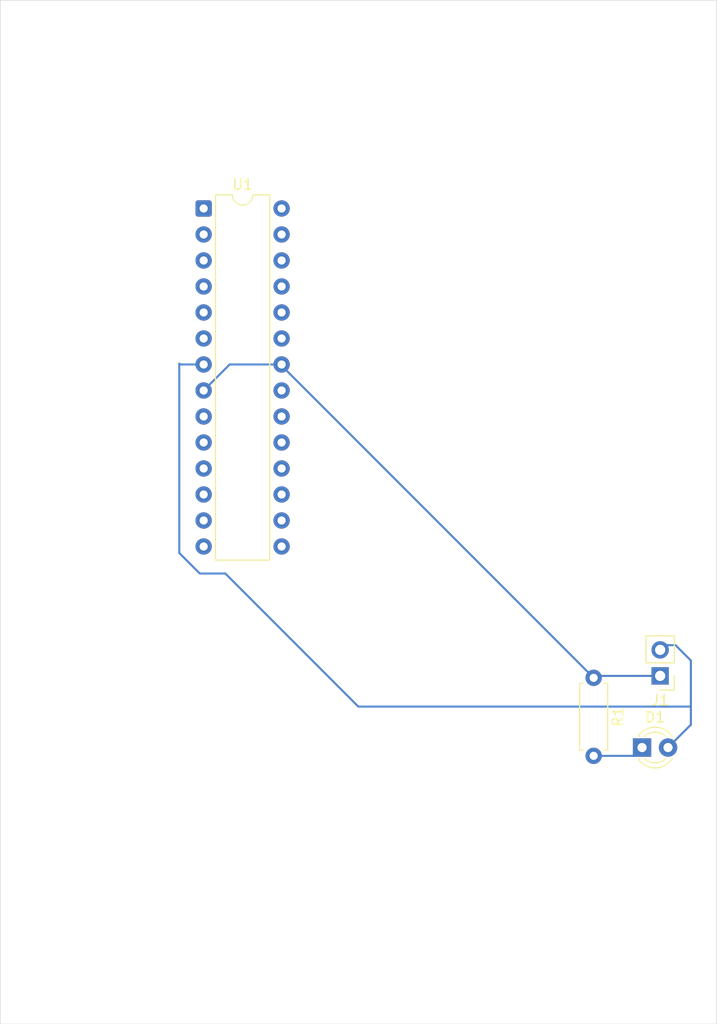
<source format=kicad_pcb>
(kicad_pcb (version 20241229) (generator "pcbnew") (generator_version "9.0")
  (layers (0 "F.Cu" signal) (2 "B.Cu" signal) (13 "F.Paste" user) (15 "B.Paste" user) (5 "F.SilkS" user "F.Silkscreen") (7 "B.SilkS" user "B.Silkscreen") (1 "F.Mask" user) (3 "B.Mask" user) (25 "Edge.Cuts" user))
  (net 0 "")
  (net 26 "+5V")
  (net 27 "Net-(D1-Pad1)")
  (net 28 "GND")
  (footprint "Resistor_THT:R_Axial_DIN0207_L6.3mm_D2.5mm_P7.62mm_Horizontal" (layer "F.Cu") (at 140.5 96.69 -90)
    (property "Reference" "R1" (at 3.81 -2.37 90) (layer "F.SilkS"))
    (property "Value" "R")
    (fp_line (start 0.54 1.37) (end 7.08 1.37) (stroke (width 0.12)) (layer "F.SilkS"))
    (fp_line (start 7.08 1.37) (end 7.08 1.04) (stroke (width 0.12)) (layer "F.SilkS"))
    (fp_line (start 0.54 1.04) (end 0.54 1.37) (stroke (width 0.12)) (layer "F.SilkS"))
    (fp_line (start 0.54 -1.04) (end 0.54 -1.37) (stroke (width 0.12)) (layer "F.SilkS"))
    (fp_line (start 0.54 -1.37) (end 7.08 -1.37) (stroke (width 0.12)) (layer "F.SilkS"))
    (fp_line (start 7.08 -1.37) (end 7.08 -1.04) (stroke (width 0.12)) (layer "F.SilkS"))
    (pad "1" thru_hole circle (at 0 0 270) (size 1.6 1.6) (drill 0.8) (layers "*.Cu" "*.Mask") (net 28 "GND"))
    (pad "2" thru_hole circle (at 7.62 0 270) (size 1.6 1.6) (drill 0.8) (layers "*.Cu" "*.Mask") (net 27 "Net-(D1-Pad1)"))
  )
  (footprint "Package_DIP:DIP-28_W7.62mm" (layer "F.Cu") (at 102.38 50.84)
    (property "Reference" "U1" (at 3.81 -2.33 0) (layer "F.SilkS"))
    (property "Value" "ATmega328-P")
    (fp_line (start 1.16 -1.33) (end 1.16 34.35) (stroke (width 0.12)) (layer "F.SilkS"))
    (fp_line (start 1.16 34.35) (end 6.46 34.35) (stroke (width 0.12)) (layer "F.SilkS"))
    (fp_line (start 2.81 -1.33) (end 1.16 -1.33) (stroke (width 0.12)) (layer "F.SilkS"))
    (fp_line (start 6.46 -1.33) (end 4.81 -1.33) (stroke (width 0.12)) (layer "F.SilkS"))
    (fp_line (start 6.46 34.35) (end 6.46 -1.33) (stroke (width 0.12)) (layer "F.SilkS"))
    (fp_arc (start 4.81 -1.33) (mid 3.81 -0.33) (end 2.81 -1.33) (stroke (width 0.12)) (layer "F.SilkS"))
    (pad "1" thru_hole roundrect (at 0 0) (size 1.6 1.6) (drill 0.8) (layers "*.Cu" "*.Mask") (roundrect_rratio 0.15625))
    (pad "2" thru_hole circle (at 0 2.54) (size 1.6 1.6) (drill 0.8) (layers "*.Cu" "*.Mask"))
    (pad "3" thru_hole circle (at 0 5.08) (size 1.6 1.6) (drill 0.8) (layers "*.Cu" "*.Mask"))
    (pad "4" thru_hole circle (at 0 7.62) (size 1.6 1.6) (drill 0.8) (layers "*.Cu" "*.Mask"))
    (pad "5" thru_hole circle (at 0 10.16) (size 1.6 1.6) (drill 0.8) (layers "*.Cu" "*.Mask"))
    (pad "6" thru_hole circle (at 0 12.7) (size 1.6 1.6) (drill 0.8) (layers "*.Cu" "*.Mask"))
    (pad "7" thru_hole circle (at 0 15.24) (size 1.6 1.6) (drill 0.8) (layers "*.Cu" "*.Mask") (net 26 "+5V"))
    (pad "8" thru_hole circle (at 0 17.78) (size 1.6 1.6) (drill 0.8) (layers "*.Cu" "*.Mask") (net 28 "GND"))
    (pad "9" thru_hole circle (at 0 20.32) (size 1.6 1.6) (drill 0.8) (layers "*.Cu" "*.Mask"))
    (pad "10" thru_hole circle (at 0 22.86) (size 1.6 1.6) (drill 0.8) (layers "*.Cu" "*.Mask"))
    (pad "11" thru_hole circle (at 0 25.4) (size 1.6 1.6) (drill 0.8) (layers "*.Cu" "*.Mask"))
    (pad "12" thru_hole circle (at 0 27.94) (size 1.6 1.6) (drill 0.8) (layers "*.Cu" "*.Mask"))
    (pad "13" thru_hole circle (at 0 30.48) (size 1.6 1.6) (drill 0.8) (layers "*.Cu" "*.Mask"))
    (pad "14" thru_hole circle (at 0 33.02) (size 1.6 1.6) (drill 0.8) (layers "*.Cu" "*.Mask"))
    (pad "15" thru_hole circle (at 7.62 33.02) (size 1.6 1.6) (drill 0.8) (layers "*.Cu" "*.Mask"))
    (pad "16" thru_hole circle (at 7.62 30.48) (size 1.6 1.6) (drill 0.8) (layers "*.Cu" "*.Mask"))
    (pad "17" thru_hole circle (at 7.62 27.94) (size 1.6 1.6) (drill 0.8) (layers "*.Cu" "*.Mask"))
    (pad "18" thru_hole circle (at 7.62 25.4) (size 1.6 1.6) (drill 0.8) (layers "*.Cu" "*.Mask"))
    (pad "19" thru_hole circle (at 7.62 22.86) (size 1.6 1.6) (drill 0.8) (layers "*.Cu" "*.Mask"))
    (pad "20" thru_hole circle (at 7.62 20.32) (size 1.6 1.6) (drill 0.8) (layers "*.Cu" "*.Mask"))
    (pad "21" thru_hole circle (at 7.62 17.78) (size 1.6 1.6) (drill 0.8) (layers "*.Cu" "*.Mask"))
    (pad "22" thru_hole circle (at 7.62 15.24) (size 1.6 1.6) (drill 0.8) (layers "*.Cu" "*.Mask") (net 28 "GND"))
    (pad "23" thru_hole circle (at 7.62 12.7) (size 1.6 1.6) (drill 0.8) (layers "*.Cu" "*.Mask"))
    (pad "24" thru_hole circle (at 7.62 10.16) (size 1.6 1.6) (drill 0.8) (layers "*.Cu" "*.Mask"))
    (pad "25" thru_hole circle (at 7.62 7.62) (size 1.6 1.6) (drill 0.8) (layers "*.Cu" "*.Mask"))
    (pad "26" thru_hole circle (at 7.62 5.08) (size 1.6 1.6) (drill 0.8) (layers "*.Cu" "*.Mask"))
    (pad "27" thru_hole circle (at 7.62 2.54) (size 1.6 1.6) (drill 0.8) (layers "*.Cu" "*.Mask"))
    (pad "28" thru_hole circle (at 7.62 0) (size 1.6 1.6) (drill 0.8) (layers "*.Cu" "*.Mask"))
  )
  (footprint "LED_THT:LED_D3.0mm" (layer "F.Cu") (at 145.23 103.5)
    (property "Reference" "D1" (at 1.27 -2.96 0) (layer "F.SilkS"))
    (property "Value" "LED_3mm")
    (fp_line (start -0.29 -1.236) (end -0.29 -1.08) (stroke (width 0.12)) (layer "F.SilkS"))
    (fp_line (start -0.29 1.08) (end -0.29 1.236) (stroke (width 0.12)) (layer "F.SilkS"))
    (fp_arc (start -0.29 -1.235516) (mid 1.36566 -1.987699) (end 2.941437 -1.08) (stroke (width 0.12)) (layer "F.SilkS"))
    (fp_arc (start 0.229039 -1.08) (mid 1.27 -1.5) (end 2.310961 -1.08) (stroke (width 0.12)) (layer "F.SilkS"))
    (fp_arc (start 2.310961 1.08) (mid 1.27 1.5) (end 0.229039 1.08) (stroke (width 0.12)) (layer "F.SilkS"))
    (fp_arc (start 2.941437 1.08) (mid 1.36566 1.987699) (end -0.29 1.235516) (stroke (width 0.12)) (layer "F.SilkS"))
    (pad "1" thru_hole rect (at 0 0) (size 1.8 1.8) (drill 0.9) (layers "*.Cu" "*.Mask") (net 27 "Net-(D1-Pad1)"))
    (pad "2" thru_hole circle (at 2.54 0) (size 1.8 1.8) (drill 0.9) (layers "*.Cu" "*.Mask") (net 26 "+5V"))
  )
  (footprint "Connector_PinHeader_2.54mm:PinHeader_1x02_P2.54mm_Vertical" (layer "F.Cu") (at 147 96.5 180)
    (property "Reference" "J1" (at 0 -2.38 0) (layer "F.SilkS"))
    (property "Value" "PINHD_1x2_Male")
    (fp_line (start 1.38 1.27) (end 1.38 3.92) (stroke (width 0.12)) (layer "F.SilkS"))
    (fp_line (start -1.38 3.92) (end 1.38 3.92) (stroke (width 0.12)) (layer "F.SilkS"))
    (fp_line (start -1.38 1.27) (end 1.38 1.27) (stroke (width 0.12)) (layer "F.SilkS"))
    (fp_line (start -1.38 1.27) (end -1.38 3.92) (stroke (width 0.12)) (layer "F.SilkS"))
    (fp_line (start -1.38 0) (end -1.38 -1.38) (stroke (width 0.12)) (layer "F.SilkS"))
    (fp_line (start -1.38 -1.38) (end 0 -1.38) (stroke (width 0.12)) (layer "F.SilkS"))
    (pad "1" thru_hole rect (at 0 0 180) (size 1.7 1.7) (drill 1) (layers "*.Cu" "*.Mask") (net 28 "GND"))
    (pad "2" thru_hole circle (at 0 2.54 180) (size 1.7 1.7) (drill 1) (layers "*.Cu" "*.Mask") (net 26 "+5V"))
  )
  (gr_rect (start 82.5 30.5) (end 152.5 130.5) (stroke (width 0.05)) (fill no) (layer "Edge.Cuts"))
  (segment (start 150 99.5) (end 117.5 99.5) (width 0.2) (layer "B.Cu") (net 26))
  (segment (start 100 66) (end 100.08 66.08) (width 0.2) (layer "B.Cu") (net 26))
  (segment (start 117.5 99.5) (end 104.5 86.5) (width 0.2) (layer "B.Cu") (net 26))
  (segment (start 100.08 66.08) (end 102.38 66.08) (width 0.2) (layer "B.Cu") (net 26))
  (segment (start 147.77 103.5) (end 150 101.27) (width 0.2) (layer "B.Cu") (net 26))
  (segment (start 150 99.5) (end 150 95) (width 0.2) (layer "B.Cu") (net 26))
  (segment (start 102 86.5) (end 100 84.5) (width 0.2) (layer "B.Cu") (net 26))
  (segment (start 150 95) (end 148.5 93.5) (width 0.2) (layer "B.Cu") (net 26))
  (segment (start 150 101.27) (end 150 99.5) (width 0.2) (layer "B.Cu") (net 26))
  (segment (start 100 84.5) (end 100 66) (width 0.2) (layer "B.Cu") (net 26))
  (segment (start 148.5 93.5) (end 147.46 93.5) (width 0.2) (layer "B.Cu") (net 26))
  (segment (start 104.5 86.5) (end 102 86.5) (width 0.2) (layer "B.Cu") (net 26))
  (segment (start 147.46 93.5) (end 147 93.96) (width 0.2) (layer "B.Cu") (net 26))
  (segment (start 144.42 104.31) (end 145.23 103.5) (width 0.2) (layer "B.Cu") (net 27))
  (segment (start 145.23 103.5) (end 144.5 103.5) (width 0.2) (layer "B.Cu") (net 27))
  (segment (start 140.5 104.31) (end 144.42 104.31) (width 0.2) (layer "B.Cu") (net 27))
  (segment (start 110 66.19) (end 110 66.08) (width 0.2) (layer "B.Cu") (net 28))
  (segment (start 104.92 66.08) (end 102.38 68.62) (width 0.2) (layer "B.Cu") (net 28))
  (segment (start 110 66.08) (end 104.92 66.08) (width 0.2) (layer "B.Cu") (net 28))
  (segment (start 140.5 96.69) (end 110 66.19) (width 0.2) (layer "B.Cu") (net 28))
  (segment (start 147 96.5) (end 140.69 96.5) (width 0.2) (layer "B.Cu") (net 28))
  (segment (start 140.69 96.5) (end 140.5 96.69) (width 0.2) (layer "B.Cu") (net 28))
)
</source>
